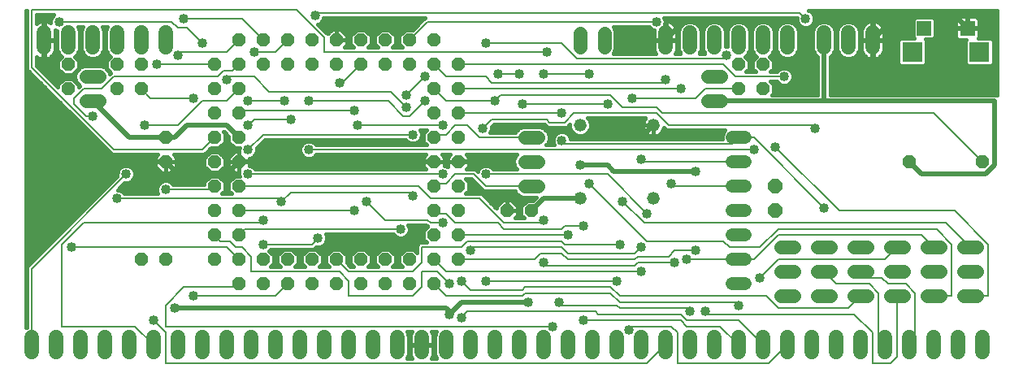
<source format=gbl>
G75*
%MOIN*%
%OFA0B0*%
%FSLAX24Y24*%
%IPPOS*%
%LPD*%
%AMOC8*
5,1,8,0,0,1.08239X$1,22.5*
%
%ADD10C,0.0600*%
%ADD11C,0.0520*%
%ADD12OC8,0.0520*%
%ADD13C,0.0560*%
%ADD14R,0.0600X0.0600*%
%ADD15R,0.0825X0.0825*%
%ADD16C,0.0520*%
%ADD17OC8,0.0600*%
%ADD18C,0.0080*%
%ADD19C,0.0400*%
%ADD20C,0.0200*%
%ADD21C,0.0160*%
D10*
X000680Y000880D02*
X000680Y001480D01*
X001680Y001480D02*
X001680Y000880D01*
X002680Y000880D02*
X002680Y001480D01*
X003680Y001480D02*
X003680Y000880D01*
X004680Y000880D02*
X004680Y001480D01*
X005680Y001480D02*
X005680Y000880D01*
X006680Y000880D02*
X006680Y001480D01*
X007680Y001480D02*
X007680Y000880D01*
X008680Y000880D02*
X008680Y001480D01*
X009680Y001480D02*
X009680Y000880D01*
X010680Y000880D02*
X010680Y001480D01*
X011680Y001480D02*
X011680Y000880D01*
X012680Y000880D02*
X012680Y001480D01*
X013680Y001480D02*
X013680Y000880D01*
X014680Y000880D02*
X014680Y001480D01*
X015680Y001480D02*
X015680Y000880D01*
X016680Y000880D02*
X016680Y001480D01*
X017680Y001480D02*
X017680Y000880D01*
X018680Y000880D02*
X018680Y001480D01*
X019680Y001480D02*
X019680Y000880D01*
X020680Y000880D02*
X020680Y001480D01*
X021680Y001480D02*
X021680Y000880D01*
X022680Y000880D02*
X022680Y001480D01*
X023680Y001480D02*
X023680Y000880D01*
X024680Y000880D02*
X024680Y001480D01*
X025680Y001480D02*
X025680Y000880D01*
X026680Y000880D02*
X026680Y001480D01*
X027680Y001480D02*
X027680Y000880D01*
X028680Y000880D02*
X028680Y001480D01*
X029680Y001480D02*
X029680Y000880D01*
X030680Y000880D02*
X030680Y001480D01*
X031680Y001480D02*
X031680Y000880D01*
X032680Y000880D02*
X032680Y001480D01*
X033680Y001480D02*
X033680Y000880D01*
X034680Y000880D02*
X034680Y001480D01*
X035680Y001480D02*
X035680Y000880D01*
X036680Y000880D02*
X036680Y001480D01*
X037680Y001480D02*
X037680Y000880D01*
X038680Y000880D02*
X038680Y001480D01*
X039680Y001480D02*
X039680Y000880D01*
X035180Y013380D02*
X035180Y013980D01*
X034180Y013980D02*
X034180Y013380D01*
X033180Y013380D02*
X033180Y013980D01*
X031680Y013980D02*
X031680Y013380D01*
X030680Y013380D02*
X030680Y013980D01*
X029680Y013980D02*
X029680Y013380D01*
X028680Y013380D02*
X028680Y013980D01*
X027680Y013980D02*
X027680Y013380D01*
X026680Y013380D02*
X026680Y013980D01*
X006180Y013980D02*
X006180Y013380D01*
X005180Y013380D02*
X005180Y013980D01*
X004180Y013980D02*
X004180Y013380D01*
X003180Y013380D02*
X003180Y013980D01*
X002180Y013980D02*
X002180Y013380D01*
X001180Y013380D02*
X001180Y013980D01*
D11*
X023180Y010180D03*
X026180Y010180D03*
X026180Y007180D03*
X023180Y007180D03*
D12*
X021180Y006680D03*
X020180Y006680D03*
X018180Y006680D03*
X017180Y006680D03*
X017180Y007680D03*
X018180Y007680D03*
X018180Y008680D03*
X017180Y008680D03*
X017180Y009680D03*
X018180Y009680D03*
X018180Y010680D03*
X017180Y010680D03*
X017180Y011680D03*
X018180Y011680D03*
X018180Y012680D03*
X017180Y012680D03*
X016180Y012680D03*
X015180Y012680D03*
X014180Y012680D03*
X013180Y012680D03*
X012180Y012680D03*
X011180Y012680D03*
X010180Y012680D03*
X009180Y012680D03*
X008180Y012680D03*
X009180Y013680D03*
X010180Y013680D03*
X011180Y013680D03*
X012180Y013680D03*
X013180Y013680D03*
X014180Y013680D03*
X015180Y013680D03*
X016180Y013680D03*
X017180Y013680D03*
X009180Y011680D03*
X008180Y011680D03*
X008180Y010680D03*
X009180Y010680D03*
X009180Y009680D03*
X008180Y009680D03*
X006180Y009680D03*
X006180Y008680D03*
X008180Y008680D03*
X009180Y008680D03*
X009180Y007680D03*
X008180Y007680D03*
X008180Y006680D03*
X009180Y006680D03*
X009180Y005680D03*
X008180Y005680D03*
X008180Y004680D03*
X009180Y004680D03*
X010180Y004680D03*
X011180Y004680D03*
X012180Y004680D03*
X013180Y004680D03*
X014180Y004680D03*
X015180Y004680D03*
X016180Y004680D03*
X017180Y004680D03*
X018180Y004680D03*
X018180Y005680D03*
X017180Y005680D03*
X017180Y003680D03*
X016180Y003680D03*
X015180Y003680D03*
X014180Y003680D03*
X013180Y003680D03*
X012180Y003680D03*
X011180Y003680D03*
X010180Y003680D03*
X009180Y003680D03*
X006180Y004680D03*
X005180Y004680D03*
X005180Y011680D03*
X004180Y011680D03*
X002180Y011680D03*
X002180Y012680D03*
X004180Y012680D03*
X005180Y012680D03*
X029680Y012680D03*
X030680Y012680D03*
X030680Y011680D03*
X029680Y011680D03*
X036680Y008680D03*
X039680Y008680D03*
D13*
X039460Y005180D02*
X038900Y005180D01*
X037960Y005180D02*
X037400Y005180D01*
X036460Y005180D02*
X035900Y005180D01*
X034960Y005180D02*
X034400Y005180D01*
X033460Y005180D02*
X032900Y005180D01*
X031960Y005180D02*
X031400Y005180D01*
X031400Y004180D02*
X031960Y004180D01*
X032900Y004180D02*
X033460Y004180D01*
X034400Y004180D02*
X034960Y004180D01*
X035900Y004180D02*
X036460Y004180D01*
X037400Y004180D02*
X037960Y004180D01*
X038900Y004180D02*
X039460Y004180D01*
X039460Y003180D02*
X038900Y003180D01*
X037960Y003180D02*
X037400Y003180D01*
X036460Y003180D02*
X035900Y003180D01*
X034960Y003180D02*
X034400Y003180D01*
X033460Y003180D02*
X032900Y003180D01*
X031960Y003180D02*
X031400Y003180D01*
X021460Y007680D02*
X020900Y007680D01*
X020900Y008680D02*
X021460Y008680D01*
X021460Y009680D02*
X020900Y009680D01*
X028400Y011180D02*
X028960Y011180D01*
X028960Y012180D02*
X028400Y012180D01*
X024180Y013400D02*
X024180Y013960D01*
X023180Y013960D02*
X023180Y013400D01*
X003460Y012180D02*
X002900Y012180D01*
X002900Y011180D02*
X003460Y011180D01*
D14*
X037295Y014170D03*
X039065Y014170D03*
D15*
X039560Y013190D03*
X036800Y013190D03*
D16*
X029940Y009680D02*
X029420Y009680D01*
X029420Y008680D02*
X029940Y008680D01*
X029940Y007680D02*
X029420Y007680D01*
X029420Y006680D02*
X029940Y006680D01*
X029940Y005680D02*
X029420Y005680D01*
X029420Y004680D02*
X029940Y004680D01*
X029940Y003680D02*
X029420Y003680D01*
D17*
X031180Y006680D03*
X031180Y007680D03*
D18*
X029680Y007680D02*
X027055Y007680D01*
X026930Y007805D01*
X025805Y006180D02*
X024930Y007055D01*
X025930Y006555D02*
X024305Y008180D01*
X019305Y008180D01*
X019305Y007680D02*
X018805Y008180D01*
X018055Y008180D01*
X017680Y007805D01*
X017305Y007805D01*
X017180Y007680D01*
X017055Y007180D02*
X016555Y007680D01*
X009180Y007680D01*
X008180Y007680D02*
X008055Y007555D01*
X006180Y007555D01*
X004555Y008180D02*
X000680Y004305D01*
X000680Y001180D01*
X001930Y001930D02*
X004930Y001930D01*
X005680Y001180D01*
X006180Y001680D02*
X006180Y000430D01*
X025930Y000430D01*
X026680Y001180D01*
X027180Y001680D02*
X027180Y000430D01*
X030930Y000430D01*
X031680Y001180D01*
X030680Y001180D02*
X029680Y002180D01*
X027555Y002180D01*
X027305Y002430D01*
X023930Y002430D01*
X023805Y002555D01*
X018555Y002555D01*
X018305Y002305D01*
X017680Y003180D02*
X020805Y003180D01*
X020930Y003305D01*
X024430Y003305D01*
X024805Y002930D01*
X029555Y002930D01*
X029680Y002805D01*
X030805Y003180D02*
X031305Y002680D01*
X034180Y002680D01*
X034680Y003180D01*
X035055Y003680D02*
X035430Y003305D01*
X035430Y001180D01*
X035680Y001180D01*
X036680Y001180D02*
X036930Y001180D01*
X036930Y003305D01*
X036555Y003680D01*
X035805Y003680D01*
X035555Y003930D01*
X034930Y003930D01*
X034680Y004180D01*
X035680Y004680D02*
X036180Y005180D01*
X035680Y004680D02*
X031305Y004680D01*
X030555Y003930D01*
X030305Y004680D02*
X029680Y004680D01*
X027555Y004680D01*
X027055Y004555D02*
X025555Y004555D01*
X025430Y004430D01*
X021805Y004430D01*
X021680Y004555D01*
X021555Y004930D02*
X021305Y004680D01*
X018180Y004680D01*
X018680Y005055D02*
X018805Y005180D01*
X022430Y005180D01*
X022680Y004930D01*
X025430Y004930D01*
X025680Y005180D01*
X025930Y005430D02*
X029055Y005430D01*
X029305Y005180D01*
X030555Y005180D01*
X031305Y005930D01*
X037805Y005930D01*
X038430Y005305D01*
X038430Y003180D01*
X037680Y003180D01*
X039180Y003180D02*
X039930Y003180D01*
X039930Y005305D01*
X038555Y006680D01*
X033805Y006680D01*
X031180Y009305D01*
X030305Y009180D02*
X012055Y009180D01*
X010180Y009805D02*
X016305Y009805D01*
X017180Y009680D02*
X017305Y009805D01*
X017680Y009805D01*
X018055Y010180D01*
X018555Y010180D01*
X019055Y009680D01*
X021180Y009680D01*
X022430Y009555D02*
X022555Y009430D01*
X029430Y009430D01*
X029680Y009680D01*
X030305Y009680D01*
X033180Y006805D01*
X031305Y005680D02*
X030305Y004680D01*
X031305Y005680D02*
X037180Y005680D01*
X037680Y005180D01*
X038180Y006180D02*
X039180Y005180D01*
X038180Y006180D02*
X025805Y006180D01*
X025930Y005430D02*
X023555Y007805D01*
X025680Y008805D02*
X025805Y008680D01*
X029680Y008680D01*
X032680Y010180D02*
X032805Y010055D01*
X032680Y010180D02*
X026805Y010180D01*
X026305Y010680D01*
X022930Y010680D01*
X022555Y010305D01*
X021930Y010305D01*
X021805Y010430D01*
X019555Y010430D01*
X019180Y010055D01*
X018180Y010680D02*
X022430Y010680D01*
X020805Y011055D02*
X024305Y011055D01*
X024430Y011430D02*
X024930Y010930D01*
X026305Y010930D01*
X026555Y010680D01*
X037680Y010680D01*
X039680Y008680D01*
X031555Y012180D02*
X029555Y012180D01*
X029055Y012680D01*
X018180Y012680D01*
X017680Y012180D02*
X017180Y012680D01*
X016805Y012180D02*
X016055Y011430D01*
X016055Y010930D02*
X015430Y011555D01*
X010430Y011555D01*
X009805Y012180D01*
X008805Y012180D01*
X008680Y012055D01*
X008305Y012180D02*
X004055Y012180D01*
X003555Y011680D01*
X002805Y011680D01*
X002430Y011305D01*
X002430Y011055D01*
X002930Y010555D01*
X003180Y010555D01*
X005305Y010180D02*
X006680Y010180D01*
X007680Y011180D01*
X008680Y011180D01*
X009180Y011680D01*
X009555Y011180D02*
X011055Y011180D01*
X012055Y011180D02*
X015305Y011180D01*
X015930Y010555D01*
X016180Y010555D01*
X016805Y011180D01*
X017180Y011680D02*
X017680Y011180D01*
X019680Y011180D01*
X019930Y011430D01*
X024430Y011430D01*
X025305Y011305D02*
X027930Y011305D01*
X028305Y011680D01*
X029680Y011680D01*
X027305Y011680D02*
X018180Y011680D01*
X019305Y012180D02*
X019555Y011930D01*
X026555Y011930D01*
X026680Y012055D01*
X029055Y012930D02*
X029180Y013055D01*
X029055Y012930D02*
X023055Y012930D01*
X022430Y013555D01*
X019305Y013555D01*
X021805Y013180D02*
X012680Y013180D01*
X012680Y013805D01*
X011555Y014930D01*
X000680Y014930D01*
X000680Y012555D01*
X004055Y009180D01*
X007680Y009180D01*
X008180Y009680D01*
X009555Y009180D02*
X010180Y009805D01*
X009805Y010430D02*
X009555Y010180D01*
X009805Y010430D02*
X011305Y010430D01*
X009305Y010805D02*
X009180Y010680D01*
X009305Y010805D02*
X013930Y010805D01*
X014055Y010180D02*
X017555Y010180D01*
X014180Y012680D02*
X013430Y011930D01*
X013305Y011930D01*
X011180Y013680D02*
X010680Y013180D01*
X009805Y013180D01*
X009180Y013680D02*
X008680Y013180D01*
X006805Y013180D01*
X006680Y013055D01*
X005805Y012680D02*
X008180Y012680D01*
X008555Y012430D02*
X008305Y012180D01*
X008555Y012430D02*
X008930Y012430D01*
X009180Y012680D01*
X007680Y013555D02*
X007055Y014180D01*
X006680Y014180D01*
X006430Y014430D01*
X001805Y014430D01*
X006930Y014555D02*
X009305Y014555D01*
X010180Y013680D01*
X012305Y014680D02*
X012430Y014805D01*
X032180Y014805D01*
X032430Y014555D01*
X026305Y014430D02*
X016930Y014430D01*
X016180Y013680D01*
X017680Y012180D02*
X019305Y012180D01*
X019805Y012305D02*
X020680Y012305D01*
X021680Y012305D02*
X023555Y012305D01*
X017555Y008180D02*
X009555Y008180D01*
X010930Y007055D02*
X011305Y007430D01*
X016180Y007430D01*
X016305Y007305D01*
X017055Y007180D02*
X019055Y007180D01*
X020055Y006180D01*
X021555Y006180D01*
X021680Y006305D01*
X022430Y005930D02*
X022555Y006055D01*
X023305Y006055D01*
X022680Y005680D02*
X018180Y005680D01*
X018555Y005430D02*
X022430Y005430D01*
X022555Y005305D01*
X024805Y005305D01*
X025430Y004680D02*
X025555Y004805D01*
X026805Y004805D01*
X027055Y005055D01*
X027930Y005055D01*
X025680Y004180D02*
X017680Y004180D01*
X017180Y004680D01*
X016680Y004555D02*
X016680Y005180D01*
X018305Y005180D01*
X018555Y005430D01*
X019805Y006180D02*
X020055Y005930D01*
X022430Y005930D01*
X022430Y004930D02*
X021555Y004930D01*
X022430Y004930D02*
X022680Y004680D01*
X025430Y004680D01*
X024680Y003805D02*
X019305Y003805D01*
X018680Y003430D02*
X020805Y003430D01*
X020930Y003555D01*
X024430Y003555D01*
X024805Y003180D01*
X030805Y003180D01*
X028430Y002430D02*
X034430Y002430D01*
X035180Y001680D01*
X035180Y000430D01*
X035930Y000430D01*
X036180Y000680D01*
X036180Y003180D01*
X035055Y003680D02*
X033680Y003680D01*
X033180Y004180D01*
X028430Y002430D02*
X028305Y002555D01*
X027680Y002555D02*
X027555Y002680D01*
X024805Y002680D01*
X024680Y002805D01*
X022430Y002805D01*
X022305Y002930D01*
X023305Y002180D02*
X027305Y002180D01*
X027555Y001930D01*
X028930Y001930D01*
X029680Y001180D01*
X027180Y001680D02*
X026930Y001930D01*
X025305Y001930D01*
X025180Y001805D01*
X022055Y001930D02*
X006180Y001930D01*
X006180Y002805D01*
X006930Y003555D01*
X009055Y003555D01*
X009180Y003680D01*
X009680Y004180D02*
X013305Y004180D01*
X013680Y003805D01*
X013680Y003180D01*
X016305Y003180D01*
X016680Y003555D01*
X016680Y004180D01*
X017305Y004180D01*
X017805Y003680D01*
X018305Y003805D02*
X018680Y003430D01*
X017680Y003180D02*
X017180Y003680D01*
X016680Y004555D02*
X016305Y004180D01*
X013680Y004180D01*
X013180Y004680D01*
X012430Y005555D02*
X012180Y005305D01*
X010180Y005305D01*
X009680Y004805D02*
X009305Y005180D01*
X009055Y005180D01*
X008805Y005430D01*
X008430Y005430D01*
X008180Y005680D01*
X009180Y005680D02*
X009430Y005930D01*
X015805Y005930D01*
X015180Y006305D02*
X016930Y006305D01*
X017055Y006180D01*
X017555Y006180D01*
X017680Y006555D02*
X017305Y006555D01*
X017180Y006680D01*
X017680Y006555D02*
X018055Y006180D01*
X019805Y006180D01*
X019305Y007680D02*
X021180Y007680D01*
X015180Y006305D02*
X014430Y007055D01*
X013930Y006680D02*
X009180Y006680D01*
X010055Y006180D02*
X002805Y006180D01*
X001930Y005305D01*
X001930Y001930D01*
X005680Y002180D02*
X006180Y001680D01*
X007305Y003180D02*
X010680Y003180D01*
X011180Y003680D01*
X009680Y004180D02*
X009680Y004805D01*
X009180Y004680D02*
X008680Y005180D01*
X002305Y005180D01*
X004180Y007180D02*
X010805Y007180D01*
X010930Y007055D01*
X010180Y006305D02*
X010055Y006180D01*
X007305Y011305D02*
X005555Y011305D01*
X005180Y011680D01*
D19*
X007305Y011305D03*
X008680Y012055D03*
X009555Y011180D03*
X011055Y011180D03*
X012055Y011180D03*
X011305Y010430D03*
X009555Y010180D03*
X009555Y009180D03*
X009555Y008180D03*
X012055Y009180D03*
X014055Y010180D03*
X013930Y010805D03*
X016055Y010930D03*
X016805Y011180D03*
X016055Y011430D03*
X016805Y012180D03*
X019805Y012305D03*
X020680Y012305D03*
X021680Y012305D03*
X023555Y012305D03*
X021805Y013180D03*
X019305Y013555D03*
X025305Y011305D03*
X024305Y011055D03*
X022430Y010680D03*
X020805Y011055D03*
X019680Y011180D03*
X017555Y010180D03*
X016305Y009805D03*
X014805Y008805D03*
X017555Y008180D03*
X019305Y008180D03*
X020055Y008555D03*
X022430Y009555D03*
X020430Y010055D03*
X019180Y010055D03*
X023180Y008555D03*
X023555Y007805D03*
X024930Y007055D03*
X025930Y006555D03*
X023305Y006055D03*
X022680Y005680D03*
X021680Y006305D03*
X024805Y005305D03*
X025680Y005180D03*
X027055Y004555D03*
X027555Y004680D03*
X027930Y005055D03*
X025680Y004180D03*
X024680Y003805D03*
X022305Y002930D03*
X021055Y002930D03*
X019305Y003805D03*
X018305Y003805D03*
X017805Y003680D03*
X017805Y002430D03*
X018305Y002305D03*
X022055Y001930D03*
X023305Y002180D03*
X025180Y001805D03*
X027680Y002555D03*
X028305Y002555D03*
X029680Y002805D03*
X030555Y003930D03*
X033180Y006805D03*
X027930Y008305D03*
X026930Y007805D03*
X025680Y008805D03*
X030305Y009180D03*
X031180Y009305D03*
X032805Y010055D03*
X031555Y012180D03*
X029180Y013055D03*
X026680Y012055D03*
X027305Y011680D03*
X026305Y014430D03*
X032430Y014555D03*
X016305Y007305D03*
X014430Y007055D03*
X013930Y006680D03*
X015805Y005930D03*
X016055Y005430D03*
X014805Y005430D03*
X012430Y005555D03*
X010180Y005305D03*
X010180Y006305D03*
X010930Y007055D03*
X006180Y007555D03*
X004555Y008180D03*
X004180Y007180D03*
X002305Y005180D03*
X007305Y003180D03*
X006555Y002680D03*
X005680Y002180D03*
X017555Y006180D03*
X018680Y005055D03*
X021680Y004555D03*
X005305Y010180D03*
X003180Y010555D03*
X001305Y011430D03*
X005805Y012680D03*
X006680Y013055D03*
X007680Y013555D03*
X009805Y013180D03*
X006930Y014555D03*
X001805Y014430D03*
X012305Y014680D03*
X013305Y011930D03*
D20*
X009180Y009680D02*
X008680Y010180D01*
X007055Y010180D01*
X006555Y009680D01*
X006180Y009680D01*
X004680Y009680D01*
X003180Y011180D01*
X001305Y011430D02*
X004055Y008680D01*
X006180Y008680D01*
X006680Y008180D01*
X008680Y008180D01*
X009180Y008680D01*
X014805Y008680D01*
X014805Y008805D01*
X014930Y008680D01*
X017180Y008680D01*
X018180Y008680D02*
X019930Y008680D01*
X020055Y008555D01*
X022555Y010055D02*
X022930Y009680D01*
X025680Y009680D01*
X026180Y010180D01*
X028680Y011180D02*
X033180Y011180D01*
X040180Y011180D01*
X040180Y008555D01*
X039805Y008180D01*
X037180Y008180D01*
X036680Y008680D01*
X033180Y011180D02*
X033180Y013680D01*
X032555Y014055D02*
X033055Y014555D01*
X035930Y014555D01*
X035993Y014493D01*
X036180Y014680D01*
X038555Y014680D01*
X039065Y014170D01*
X035993Y014493D02*
X035180Y013680D01*
X032555Y014055D02*
X032305Y014055D01*
X031805Y014555D01*
X027555Y014555D01*
X026680Y013680D01*
X021805Y010055D02*
X021680Y010180D01*
X020555Y010180D01*
X020430Y010055D01*
X021805Y010055D02*
X022555Y010055D01*
X023180Y008555D02*
X024305Y008555D01*
X024555Y008305D01*
X027930Y008305D01*
X023180Y007180D02*
X021680Y007180D01*
X021180Y006680D01*
X016055Y005430D02*
X014805Y005430D01*
X017805Y002430D02*
X018305Y002930D01*
X021055Y002930D01*
X017805Y002555D02*
X017805Y002430D01*
X017805Y002555D02*
X017680Y002680D01*
X006555Y002680D01*
D21*
X010474Y004380D02*
X010600Y004506D01*
X010600Y004854D01*
X010419Y005035D01*
X010485Y005101D01*
X010487Y005105D01*
X012263Y005105D01*
X012354Y005197D01*
X012358Y005195D01*
X012502Y005195D01*
X012634Y005250D01*
X012735Y005351D01*
X012790Y005483D01*
X012790Y005627D01*
X012747Y005730D01*
X015498Y005730D01*
X015500Y005726D01*
X015601Y005625D01*
X015733Y005570D01*
X015877Y005570D01*
X016009Y005625D01*
X016110Y005726D01*
X016165Y005858D01*
X016165Y006002D01*
X016122Y006105D01*
X016847Y006105D01*
X016855Y006097D01*
X016929Y006023D01*
X016760Y005854D01*
X016760Y005506D01*
X016886Y005380D01*
X016597Y005380D01*
X016480Y005263D01*
X016480Y004974D01*
X016354Y005100D01*
X016006Y005100D01*
X015760Y004854D01*
X015760Y004506D01*
X015886Y004380D01*
X015474Y004380D01*
X015600Y004506D01*
X015600Y004854D01*
X015354Y005100D01*
X015006Y005100D01*
X014760Y004854D01*
X014760Y004506D01*
X014886Y004380D01*
X014474Y004380D01*
X014600Y004506D01*
X014600Y004854D01*
X014354Y005100D01*
X014006Y005100D01*
X013760Y004854D01*
X013760Y004506D01*
X013886Y004380D01*
X013763Y004380D01*
X013600Y004543D01*
X013600Y004854D01*
X013354Y005100D01*
X013006Y005100D01*
X012760Y004854D01*
X012760Y004506D01*
X012886Y004380D01*
X012474Y004380D01*
X012600Y004506D01*
X012600Y004854D01*
X012354Y005100D01*
X012006Y005100D01*
X011760Y004854D01*
X011760Y004506D01*
X011886Y004380D01*
X011474Y004380D01*
X011600Y004506D01*
X011600Y004854D01*
X011354Y005100D01*
X011006Y005100D01*
X010760Y004854D01*
X010760Y004506D01*
X010886Y004380D01*
X010474Y004380D01*
X010553Y004460D02*
X010807Y004460D01*
X010760Y004618D02*
X010600Y004618D01*
X010600Y004777D02*
X010760Y004777D01*
X010841Y004935D02*
X010519Y004935D01*
X010478Y005094D02*
X011000Y005094D01*
X011360Y005094D02*
X012000Y005094D01*
X011841Y004935D02*
X011519Y004935D01*
X011600Y004777D02*
X011760Y004777D01*
X011760Y004618D02*
X011600Y004618D01*
X011553Y004460D02*
X011807Y004460D01*
X012553Y004460D02*
X012807Y004460D01*
X012760Y004618D02*
X012600Y004618D01*
X012600Y004777D02*
X012760Y004777D01*
X012841Y004935D02*
X012519Y004935D01*
X012360Y005094D02*
X013000Y005094D01*
X013360Y005094D02*
X014000Y005094D01*
X013841Y004935D02*
X013519Y004935D01*
X013600Y004777D02*
X013760Y004777D01*
X013760Y004618D02*
X013600Y004618D01*
X013683Y004460D02*
X013807Y004460D01*
X014553Y004460D02*
X014807Y004460D01*
X014760Y004618D02*
X014600Y004618D01*
X014600Y004777D02*
X014760Y004777D01*
X014841Y004935D02*
X014519Y004935D01*
X014360Y005094D02*
X015000Y005094D01*
X015360Y005094D02*
X016000Y005094D01*
X015841Y004935D02*
X015519Y004935D01*
X015600Y004777D02*
X015760Y004777D01*
X015760Y004618D02*
X015600Y004618D01*
X015553Y004460D02*
X015807Y004460D01*
X016360Y005094D02*
X016480Y005094D01*
X016480Y005252D02*
X012636Y005252D01*
X012760Y005411D02*
X016856Y005411D01*
X016760Y005569D02*
X012790Y005569D01*
X012748Y005728D02*
X015499Y005728D01*
X016111Y005728D02*
X016760Y005728D01*
X016792Y005886D02*
X016165Y005886D01*
X016147Y006045D02*
X016908Y006045D01*
X019522Y006996D02*
X019873Y006996D01*
X019998Y007120D02*
X019740Y006862D01*
X019740Y006778D01*
X019138Y007380D01*
X018474Y007380D01*
X018600Y007506D01*
X018600Y007854D01*
X018474Y007980D01*
X018722Y007980D01*
X019105Y007597D01*
X019222Y007480D01*
X020507Y007480D01*
X020527Y007431D01*
X020651Y007307D01*
X020812Y007240D01*
X021372Y007240D01*
X021232Y007100D01*
X021006Y007100D01*
X020760Y006854D01*
X020760Y006506D01*
X020886Y006380D01*
X020502Y006380D01*
X020620Y006498D01*
X020620Y006680D01*
X020620Y006862D01*
X020362Y007120D01*
X020180Y007120D01*
X020180Y006680D01*
X020180Y006680D01*
X020620Y006680D01*
X020180Y006680D01*
X020180Y006680D01*
X020180Y007120D01*
X019998Y007120D01*
X020180Y006996D02*
X020180Y006996D01*
X020180Y006837D02*
X020180Y006837D01*
X020487Y006996D02*
X020902Y006996D01*
X020760Y006837D02*
X020620Y006837D01*
X020620Y006679D02*
X020760Y006679D01*
X020760Y006520D02*
X020620Y006520D01*
X019740Y006837D02*
X019681Y006837D01*
X019364Y007154D02*
X021286Y007154D01*
X020645Y007313D02*
X019205Y007313D01*
X019073Y007630D02*
X018600Y007630D01*
X018600Y007788D02*
X018914Y007788D01*
X018756Y007947D02*
X018507Y007947D01*
X018888Y008380D02*
X018966Y008302D01*
X019000Y008384D01*
X019101Y008485D01*
X019233Y008540D01*
X019377Y008540D01*
X019509Y008485D01*
X019610Y008384D01*
X019612Y008380D01*
X020578Y008380D01*
X020527Y008431D01*
X020460Y008592D01*
X020460Y008768D01*
X020527Y008929D01*
X020578Y008980D01*
X018502Y008980D01*
X018620Y008862D01*
X018620Y008680D01*
X018180Y008680D01*
X018180Y008680D01*
X018620Y008680D01*
X018620Y008498D01*
X018502Y008380D01*
X018888Y008380D01*
X019038Y008422D02*
X018544Y008422D01*
X018620Y008581D02*
X020465Y008581D01*
X020460Y008739D02*
X018620Y008739D01*
X018585Y008898D02*
X020514Y008898D01*
X020536Y008422D02*
X019572Y008422D01*
X018180Y008680D02*
X017740Y008680D01*
X018180Y008680D01*
X018180Y008680D01*
X017740Y008680D02*
X017740Y008498D01*
X017748Y008490D01*
X017627Y008540D01*
X017620Y008540D01*
X017620Y008680D01*
X017620Y008862D01*
X017502Y008980D01*
X017858Y008980D01*
X017740Y008862D01*
X017740Y008680D01*
X017740Y008739D02*
X017620Y008739D01*
X017620Y008680D02*
X017180Y008680D01*
X017180Y008680D01*
X017620Y008680D01*
X017620Y008581D02*
X017740Y008581D01*
X017180Y008680D02*
X016740Y008680D01*
X017180Y008680D01*
X017180Y008680D01*
X016775Y008898D02*
X012282Y008898D01*
X012259Y008875D02*
X012360Y008976D01*
X012362Y008980D01*
X016858Y008980D01*
X016740Y008862D01*
X016740Y008680D01*
X016740Y008498D01*
X016858Y008380D01*
X009862Y008380D01*
X009860Y008384D01*
X009759Y008485D01*
X009627Y008540D01*
X009620Y008540D01*
X009620Y008680D01*
X009620Y008820D01*
X009627Y008820D01*
X009759Y008875D01*
X009860Y008976D01*
X009915Y009108D01*
X009915Y009252D01*
X009913Y009256D01*
X010263Y009605D01*
X015998Y009605D01*
X016000Y009601D01*
X016101Y009500D01*
X016233Y009445D01*
X016377Y009445D01*
X016509Y009500D01*
X016610Y009601D01*
X016665Y009733D01*
X016665Y009877D01*
X016622Y009980D01*
X016886Y009980D01*
X016760Y009854D01*
X016760Y009506D01*
X016886Y009380D01*
X012362Y009380D01*
X012360Y009384D01*
X012259Y009485D01*
X012127Y009540D01*
X011983Y009540D01*
X011851Y009485D01*
X011750Y009384D01*
X011695Y009252D01*
X011695Y009108D01*
X011750Y008976D01*
X011851Y008875D01*
X011983Y008820D01*
X012127Y008820D01*
X012259Y008875D01*
X011828Y008898D02*
X009782Y008898D01*
X009893Y009056D02*
X011717Y009056D01*
X011695Y009215D02*
X009915Y009215D01*
X010031Y009373D02*
X011745Y009373D01*
X011963Y009532D02*
X010189Y009532D01*
X009198Y009260D02*
X009195Y009252D01*
X009195Y009120D01*
X009180Y009120D01*
X009180Y008680D01*
X009620Y008680D01*
X009180Y008680D01*
X009180Y008680D01*
X009180Y008680D01*
X009180Y008240D01*
X009195Y008240D01*
X009195Y008108D01*
X009198Y008100D01*
X009006Y008100D01*
X008760Y007854D01*
X008760Y007506D01*
X008886Y007380D01*
X008474Y007380D01*
X008600Y007506D01*
X008600Y007854D01*
X008354Y008100D01*
X008006Y008100D01*
X007760Y007854D01*
X007760Y007755D01*
X006487Y007755D01*
X006485Y007759D01*
X006384Y007860D01*
X006252Y007915D01*
X006108Y007915D01*
X005976Y007860D01*
X005875Y007759D01*
X005820Y007627D01*
X005820Y007483D01*
X005863Y007380D01*
X004487Y007380D01*
X004485Y007384D01*
X004384Y007485D01*
X004252Y007540D01*
X004198Y007540D01*
X004479Y007822D01*
X004483Y007820D01*
X004627Y007820D01*
X004759Y007875D01*
X004860Y007976D01*
X004915Y008108D01*
X004915Y008252D01*
X004860Y008384D01*
X004759Y008485D01*
X004627Y008540D01*
X004483Y008540D01*
X004351Y008485D01*
X004250Y008384D01*
X004195Y008252D01*
X004195Y008108D01*
X004197Y008104D01*
X000597Y004505D01*
X000480Y004388D01*
X000480Y001895D01*
X000460Y001887D01*
X000460Y014896D01*
X000480Y014896D01*
X000480Y012472D01*
X000597Y012355D01*
X003972Y008980D01*
X005858Y008980D01*
X005740Y008862D01*
X005740Y008680D01*
X006180Y008680D01*
X006620Y008680D01*
X006620Y008862D01*
X006502Y008980D01*
X007763Y008980D01*
X007880Y009097D01*
X008043Y009260D01*
X008354Y009260D01*
X008600Y009506D01*
X008600Y009854D01*
X008534Y009920D01*
X008572Y009920D01*
X008760Y009732D01*
X008760Y009506D01*
X009006Y009260D01*
X009198Y009260D01*
X009195Y009215D02*
X007997Y009215D01*
X008006Y009100D02*
X007760Y008854D01*
X007760Y008506D01*
X008006Y008260D01*
X008354Y008260D01*
X008600Y008506D01*
X008600Y008854D01*
X008354Y009100D01*
X008006Y009100D01*
X007962Y009056D02*
X007839Y009056D01*
X007804Y008898D02*
X006585Y008898D01*
X006620Y008739D02*
X007760Y008739D01*
X007760Y008581D02*
X006620Y008581D01*
X006620Y008498D02*
X006620Y008680D01*
X006180Y008680D01*
X006180Y008680D01*
X006180Y008240D01*
X006362Y008240D01*
X006620Y008498D01*
X006544Y008422D02*
X007844Y008422D01*
X008003Y008264D02*
X006386Y008264D01*
X006180Y008264D02*
X006180Y008264D01*
X006180Y008240D02*
X006180Y008680D01*
X006180Y008680D01*
X006180Y008680D01*
X005740Y008680D01*
X005740Y008498D01*
X005998Y008240D01*
X006180Y008240D01*
X006180Y008422D02*
X006180Y008422D01*
X006180Y008581D02*
X006180Y008581D01*
X005816Y008422D02*
X004822Y008422D01*
X004910Y008264D02*
X005974Y008264D01*
X005740Y008581D02*
X000460Y008581D01*
X000460Y008739D02*
X005740Y008739D01*
X005775Y008898D02*
X000460Y008898D01*
X000460Y009056D02*
X003896Y009056D01*
X003738Y009215D02*
X000460Y009215D01*
X000460Y009373D02*
X003579Y009373D01*
X003421Y009532D02*
X000460Y009532D01*
X000460Y009690D02*
X003262Y009690D01*
X003104Y009849D02*
X000460Y009849D01*
X000460Y010007D02*
X002945Y010007D01*
X002787Y010166D02*
X000460Y010166D01*
X000460Y010324D02*
X002628Y010324D01*
X002470Y010483D02*
X000460Y010483D01*
X000460Y010641D02*
X002311Y010641D01*
X002153Y010800D02*
X000460Y010800D01*
X000460Y010958D02*
X001994Y010958D01*
X001836Y011117D02*
X000460Y011117D01*
X000460Y011275D02*
X001677Y011275D01*
X001519Y011434D02*
X000460Y011434D01*
X000460Y011592D02*
X001360Y011592D01*
X001202Y011751D02*
X000460Y011751D01*
X000460Y011909D02*
X001043Y011909D01*
X000885Y012068D02*
X000460Y012068D01*
X000460Y012226D02*
X000726Y012226D01*
X000568Y012385D02*
X000460Y012385D01*
X000460Y012543D02*
X000480Y012543D01*
X000480Y012702D02*
X000460Y012702D01*
X000460Y012860D02*
X000480Y012860D01*
X000480Y013019D02*
X000460Y013019D01*
X000460Y013177D02*
X000480Y013177D01*
X000480Y013336D02*
X000460Y013336D01*
X000460Y013494D02*
X000480Y013494D01*
X000480Y013653D02*
X000460Y013653D01*
X000460Y013811D02*
X000480Y013811D01*
X000480Y013970D02*
X000460Y013970D01*
X000460Y014128D02*
X000480Y014128D01*
X000480Y014287D02*
X000460Y014287D01*
X000460Y014445D02*
X000480Y014445D01*
X000480Y014604D02*
X000460Y014604D01*
X000460Y014762D02*
X000480Y014762D01*
X000880Y014730D02*
X001596Y014730D01*
X001500Y014634D01*
X001445Y014502D01*
X001445Y014381D01*
X001432Y014391D01*
X001364Y014425D01*
X001292Y014448D01*
X001218Y014460D01*
X001200Y014460D01*
X001200Y013700D01*
X001160Y013700D01*
X001160Y014460D01*
X001142Y014460D01*
X001068Y014448D01*
X000996Y014425D01*
X000928Y014391D01*
X000880Y014355D01*
X000880Y014730D01*
X000880Y014604D02*
X001487Y014604D01*
X001445Y014445D02*
X001302Y014445D01*
X001200Y014445D02*
X001160Y014445D01*
X001058Y014445D02*
X000880Y014445D01*
X001160Y014287D02*
X001200Y014287D01*
X001200Y014128D02*
X001160Y014128D01*
X001160Y013970D02*
X001200Y013970D01*
X001200Y013811D02*
X001160Y013811D01*
X001200Y013700D02*
X001660Y013700D01*
X001660Y014018D01*
X001648Y014092D01*
X001643Y014107D01*
X001721Y014075D01*
X001720Y014071D01*
X001720Y013288D01*
X001790Y013119D01*
X001908Y013002D01*
X001760Y012854D01*
X001760Y012506D01*
X002006Y012260D01*
X002354Y012260D01*
X002600Y012506D01*
X002600Y012854D01*
X002452Y013002D01*
X002570Y013119D01*
X002640Y013288D01*
X002640Y014071D01*
X002574Y014230D01*
X002786Y014230D01*
X002720Y014071D01*
X002720Y013288D01*
X002790Y013119D01*
X002919Y012990D01*
X003088Y012920D01*
X003271Y012920D01*
X003441Y012990D01*
X003570Y013119D01*
X003640Y013288D01*
X003640Y014071D01*
X003574Y014230D01*
X003786Y014230D01*
X003720Y014071D01*
X003720Y013288D01*
X003790Y013119D01*
X003908Y013002D01*
X003760Y012854D01*
X003760Y012506D01*
X003929Y012337D01*
X003888Y012296D01*
X003833Y012429D01*
X003709Y012553D01*
X003548Y012620D01*
X002812Y012620D01*
X002651Y012553D01*
X002527Y012429D01*
X002460Y012268D01*
X002460Y012092D01*
X002527Y011931D01*
X002650Y011808D01*
X002600Y011758D01*
X002600Y011854D01*
X002354Y012100D01*
X002006Y012100D01*
X001760Y011854D01*
X001760Y011758D01*
X000880Y012638D01*
X000880Y013005D01*
X000928Y012969D01*
X000996Y012935D01*
X001068Y012912D01*
X001142Y012900D01*
X001160Y012900D01*
X001160Y013660D01*
X001200Y013660D01*
X001200Y013700D01*
X001200Y013660D02*
X001660Y013660D01*
X001660Y013342D01*
X001648Y013268D01*
X001625Y013196D01*
X001591Y013128D01*
X001546Y013067D01*
X001493Y013014D01*
X001432Y012969D01*
X001364Y012935D01*
X001292Y012912D01*
X001218Y012900D01*
X001200Y012900D01*
X001200Y013660D01*
X001200Y013653D02*
X001160Y013653D01*
X001160Y013494D02*
X001200Y013494D01*
X001200Y013336D02*
X001160Y013336D01*
X001160Y013177D02*
X001200Y013177D01*
X001200Y013019D02*
X001160Y013019D01*
X000880Y012860D02*
X001766Y012860D01*
X001760Y012702D02*
X000880Y012702D01*
X000975Y012543D02*
X001760Y012543D01*
X001882Y012385D02*
X001133Y012385D01*
X001292Y012226D02*
X002460Y012226D01*
X002470Y012068D02*
X002386Y012068D01*
X002545Y011909D02*
X002549Y011909D01*
X001974Y012068D02*
X001450Y012068D01*
X001609Y011909D02*
X001815Y011909D01*
X002478Y012385D02*
X002508Y012385D01*
X002600Y012543D02*
X002641Y012543D01*
X002600Y012702D02*
X003760Y012702D01*
X003766Y012860D02*
X002594Y012860D01*
X002469Y013019D02*
X002891Y013019D01*
X002766Y013177D02*
X002594Y013177D01*
X002640Y013336D02*
X002720Y013336D01*
X002720Y013494D02*
X002640Y013494D01*
X002640Y013653D02*
X002720Y013653D01*
X002720Y013811D02*
X002640Y013811D01*
X002640Y013970D02*
X002720Y013970D01*
X002743Y014128D02*
X002617Y014128D01*
X001720Y013970D02*
X001660Y013970D01*
X001660Y013811D02*
X001720Y013811D01*
X001720Y013653D02*
X001660Y013653D01*
X001660Y013494D02*
X001720Y013494D01*
X001720Y013336D02*
X001659Y013336D01*
X001615Y013177D02*
X001766Y013177D01*
X001891Y013019D02*
X001497Y013019D01*
X003469Y013019D02*
X003891Y013019D01*
X003766Y013177D02*
X003594Y013177D01*
X003640Y013336D02*
X003720Y013336D01*
X003720Y013494D02*
X003640Y013494D01*
X003640Y013653D02*
X003720Y013653D01*
X003720Y013811D02*
X003640Y013811D01*
X003640Y013970D02*
X003720Y013970D01*
X003743Y014128D02*
X003617Y014128D01*
X003719Y012543D02*
X003760Y012543D01*
X003852Y012385D02*
X003882Y012385D01*
X008600Y009849D02*
X008644Y009849D01*
X008600Y009690D02*
X008760Y009690D01*
X008760Y009532D02*
X008600Y009532D01*
X008467Y009373D02*
X008893Y009373D01*
X008998Y009120D02*
X008740Y008862D01*
X008740Y008680D01*
X009180Y008680D01*
X009180Y008680D01*
X009180Y008680D01*
X009180Y009120D01*
X008998Y009120D01*
X008934Y009056D02*
X008398Y009056D01*
X008556Y008898D02*
X008775Y008898D01*
X008740Y008739D02*
X008600Y008739D01*
X008740Y008680D02*
X008740Y008498D01*
X008998Y008240D01*
X009180Y008240D01*
X009180Y008680D01*
X008740Y008680D01*
X008740Y008581D02*
X008600Y008581D01*
X008516Y008422D02*
X008816Y008422D01*
X008974Y008264D02*
X008357Y008264D01*
X008507Y007947D02*
X008853Y007947D01*
X008760Y007788D02*
X008600Y007788D01*
X008600Y007630D02*
X008760Y007630D01*
X008795Y007471D02*
X008565Y007471D01*
X007760Y007788D02*
X006456Y007788D01*
X005904Y007788D02*
X004446Y007788D01*
X004287Y007630D02*
X005821Y007630D01*
X005825Y007471D02*
X004398Y007471D01*
X003722Y007630D02*
X000460Y007630D01*
X000460Y007788D02*
X003880Y007788D01*
X004039Y007947D02*
X000460Y007947D01*
X000460Y008105D02*
X004196Y008105D01*
X004200Y008264D02*
X000460Y008264D01*
X000460Y008422D02*
X004288Y008422D01*
X004914Y008105D02*
X009196Y008105D01*
X009180Y008264D02*
X009180Y008264D01*
X009180Y008422D02*
X009180Y008422D01*
X009180Y008581D02*
X009180Y008581D01*
X009180Y008739D02*
X009180Y008739D01*
X009180Y008898D02*
X009180Y008898D01*
X009180Y009056D02*
X009180Y009056D01*
X009620Y008739D02*
X016740Y008739D01*
X016740Y008581D02*
X009620Y008581D01*
X009822Y008422D02*
X016816Y008422D01*
X017585Y008898D02*
X017775Y008898D01*
X016760Y009532D02*
X016541Y009532D01*
X016647Y009690D02*
X016760Y009690D01*
X016760Y009849D02*
X016665Y009849D01*
X016069Y009532D02*
X012147Y009532D01*
X007853Y007947D02*
X004831Y007947D01*
X003563Y007471D02*
X000460Y007471D01*
X000460Y007313D02*
X003405Y007313D01*
X003246Y007154D02*
X000460Y007154D01*
X000460Y006996D02*
X003088Y006996D01*
X002929Y006837D02*
X000460Y006837D01*
X000460Y006679D02*
X002771Y006679D01*
X002612Y006520D02*
X000460Y006520D01*
X000460Y006362D02*
X002454Y006362D01*
X002295Y006203D02*
X000460Y006203D01*
X000460Y006045D02*
X002137Y006045D01*
X001978Y005886D02*
X000460Y005886D01*
X000460Y005728D02*
X001820Y005728D01*
X001661Y005569D02*
X000460Y005569D01*
X000460Y005411D02*
X001503Y005411D01*
X001344Y005252D02*
X000460Y005252D01*
X000460Y005094D02*
X001186Y005094D01*
X001027Y004935D02*
X000460Y004935D01*
X000460Y004777D02*
X000869Y004777D01*
X000710Y004618D02*
X000460Y004618D01*
X000460Y004460D02*
X000552Y004460D01*
X000480Y004301D02*
X000460Y004301D01*
X000460Y004143D02*
X000480Y004143D01*
X000480Y003984D02*
X000460Y003984D01*
X000460Y003826D02*
X000480Y003826D01*
X000480Y003667D02*
X000460Y003667D01*
X000460Y003509D02*
X000480Y003509D01*
X000480Y003350D02*
X000460Y003350D01*
X000460Y003192D02*
X000480Y003192D01*
X000480Y003033D02*
X000460Y003033D01*
X000460Y002875D02*
X000480Y002875D01*
X000480Y002716D02*
X000460Y002716D01*
X000460Y002558D02*
X000480Y002558D01*
X000480Y002399D02*
X000460Y002399D01*
X000460Y002241D02*
X000480Y002241D01*
X000480Y002082D02*
X000460Y002082D01*
X000460Y001924D02*
X000480Y001924D01*
X016074Y001730D02*
X016140Y001571D01*
X016140Y000788D01*
X016074Y000630D01*
X016269Y000630D01*
X016235Y000696D01*
X016212Y000768D01*
X016200Y000842D01*
X016200Y001160D01*
X016660Y001160D01*
X016660Y001200D01*
X016200Y001200D01*
X016200Y001518D01*
X016212Y001592D01*
X016235Y001664D01*
X016269Y001730D01*
X016074Y001730D01*
X016126Y001607D02*
X016216Y001607D01*
X016200Y001448D02*
X016140Y001448D01*
X016140Y001290D02*
X016200Y001290D01*
X016200Y001131D02*
X016140Y001131D01*
X016140Y000973D02*
X016200Y000973D01*
X016204Y000814D02*
X016140Y000814D01*
X016085Y000656D02*
X016256Y000656D01*
X017091Y000630D02*
X017125Y000696D01*
X017148Y000768D01*
X017160Y000842D01*
X017160Y001160D01*
X016700Y001160D01*
X016700Y001200D01*
X017160Y001200D01*
X017160Y001518D01*
X017148Y001592D01*
X017125Y001664D01*
X017091Y001730D01*
X017286Y001730D01*
X017220Y001571D01*
X017220Y000788D01*
X017286Y000630D01*
X017091Y000630D01*
X017104Y000656D02*
X017275Y000656D01*
X017220Y000814D02*
X017156Y000814D01*
X017160Y000973D02*
X017220Y000973D01*
X017220Y001131D02*
X017160Y001131D01*
X017160Y001290D02*
X017220Y001290D01*
X017220Y001448D02*
X017160Y001448D01*
X017144Y001607D02*
X017234Y001607D01*
X018565Y007471D02*
X020510Y007471D01*
X021782Y009380D02*
X021833Y009431D01*
X021900Y009592D01*
X021900Y009768D01*
X021833Y009929D01*
X021709Y010053D01*
X021548Y010120D01*
X020812Y010120D01*
X020651Y010053D01*
X020527Y009929D01*
X020507Y009880D01*
X019497Y009880D01*
X019540Y009983D01*
X019540Y010127D01*
X019538Y010131D01*
X019638Y010230D01*
X021722Y010230D01*
X021847Y010105D01*
X022638Y010105D01*
X022755Y010222D01*
X022760Y010227D01*
X022760Y010096D01*
X022824Y009942D01*
X022942Y009824D01*
X023096Y009760D01*
X023264Y009760D01*
X023418Y009824D01*
X023536Y009942D01*
X023600Y010096D01*
X023600Y010264D01*
X023536Y010418D01*
X023474Y010480D01*
X025858Y010480D01*
X025844Y010467D01*
X025804Y010411D01*
X025772Y010349D01*
X025751Y010283D01*
X025740Y010215D01*
X025740Y010180D01*
X026180Y010180D01*
X026180Y009740D01*
X026215Y009740D01*
X026283Y009751D01*
X026349Y009772D01*
X026411Y009804D01*
X026467Y009844D01*
X026516Y009893D01*
X026556Y009949D01*
X026588Y010011D01*
X026609Y010077D01*
X026611Y010091D01*
X026722Y009980D01*
X029126Y009980D01*
X029064Y009918D01*
X029000Y009764D01*
X029000Y009630D01*
X022789Y009630D01*
X022735Y009759D01*
X022634Y009860D01*
X022502Y009915D01*
X022358Y009915D01*
X022226Y009860D01*
X022125Y009759D01*
X022070Y009627D01*
X022070Y009483D01*
X022113Y009380D01*
X021782Y009380D01*
X021875Y009532D02*
X022070Y009532D01*
X022096Y009690D02*
X021900Y009690D01*
X021866Y009849D02*
X022214Y009849D01*
X022646Y009849D02*
X022918Y009849D01*
X022797Y010007D02*
X021755Y010007D01*
X021787Y010166D02*
X019573Y010166D01*
X019540Y010007D02*
X020605Y010007D01*
X022698Y010166D02*
X022760Y010166D01*
X023442Y009849D02*
X025889Y009849D01*
X025893Y009844D02*
X025949Y009804D01*
X026011Y009772D01*
X026077Y009751D01*
X026145Y009740D01*
X026180Y009740D01*
X026180Y010180D01*
X026180Y010180D01*
X026180Y010180D01*
X025740Y010180D01*
X025740Y010145D01*
X025751Y010077D01*
X025772Y010011D01*
X025804Y009949D01*
X025844Y009893D01*
X025893Y009844D01*
X025774Y010007D02*
X023563Y010007D01*
X023600Y010166D02*
X025740Y010166D01*
X025764Y010324D02*
X023575Y010324D01*
X022764Y009690D02*
X029000Y009690D01*
X029035Y009849D02*
X026471Y009849D01*
X026586Y010007D02*
X026695Y010007D01*
X026180Y010007D02*
X026180Y010007D01*
X026180Y009849D02*
X026180Y009849D01*
X026180Y010166D02*
X026180Y010166D01*
X031034Y011440D02*
X031100Y011506D01*
X031100Y011854D01*
X030974Y011980D01*
X031248Y011980D01*
X031250Y011976D01*
X031351Y011875D01*
X031483Y011820D01*
X031627Y011820D01*
X031759Y011875D01*
X031860Y011976D01*
X031915Y012108D01*
X031915Y012252D01*
X031860Y012384D01*
X031759Y012485D01*
X031627Y012540D01*
X031483Y012540D01*
X031351Y012485D01*
X031250Y012384D01*
X031248Y012380D01*
X030974Y012380D01*
X031100Y012506D01*
X031100Y012854D01*
X030952Y013002D01*
X031070Y013119D01*
X031140Y013288D01*
X031140Y014071D01*
X031070Y014241D01*
X030941Y014370D01*
X030771Y014440D01*
X030588Y014440D01*
X030419Y014370D01*
X030290Y014241D01*
X030220Y014071D01*
X030220Y013288D01*
X030290Y013119D01*
X030408Y013002D01*
X030260Y012854D01*
X030260Y012506D01*
X030386Y012380D01*
X029974Y012380D01*
X030100Y012506D01*
X030100Y012854D01*
X029952Y013002D01*
X030070Y013119D01*
X030140Y013288D01*
X030140Y014071D01*
X030070Y014241D01*
X029941Y014370D01*
X029771Y014440D01*
X029588Y014440D01*
X029419Y014370D01*
X029290Y014241D01*
X029220Y014071D01*
X029220Y013415D01*
X029140Y013415D01*
X029140Y014071D01*
X029070Y014241D01*
X028941Y014370D01*
X028771Y014440D01*
X028588Y014440D01*
X028419Y014370D01*
X028290Y014241D01*
X028220Y014071D01*
X028220Y013288D01*
X028286Y013130D01*
X028074Y013130D01*
X028140Y013288D01*
X028140Y014071D01*
X028070Y014241D01*
X027941Y014370D01*
X027771Y014440D01*
X027588Y014440D01*
X027419Y014370D01*
X027290Y014241D01*
X027220Y014071D01*
X027220Y013288D01*
X027286Y013130D01*
X027091Y013130D01*
X027125Y013196D01*
X027148Y013268D01*
X027160Y013342D01*
X027160Y013660D01*
X026700Y013660D01*
X026700Y013700D01*
X026660Y013700D01*
X026660Y014346D01*
X026665Y014358D01*
X026665Y014502D01*
X026622Y014605D01*
X032070Y014605D01*
X032070Y014483D01*
X032125Y014351D01*
X032226Y014250D01*
X032358Y014195D01*
X032502Y014195D01*
X032634Y014250D01*
X032735Y014351D01*
X032790Y014483D01*
X032790Y014627D01*
X032735Y014759D01*
X032634Y014860D01*
X032547Y014896D01*
X040270Y014896D01*
X040270Y011424D01*
X040232Y011440D01*
X033440Y011440D01*
X033440Y012990D01*
X033441Y012990D01*
X033570Y013119D01*
X033640Y013288D01*
X033640Y014071D01*
X033570Y014241D01*
X033441Y014370D01*
X033271Y014440D01*
X033088Y014440D01*
X032919Y014370D01*
X032790Y014241D01*
X032720Y014071D01*
X032720Y013288D01*
X032790Y013119D01*
X032919Y012990D01*
X032920Y012990D01*
X032920Y011440D01*
X031034Y011440D01*
X031100Y011592D02*
X032920Y011592D01*
X032920Y011751D02*
X031100Y011751D01*
X031045Y011909D02*
X031317Y011909D01*
X031793Y011909D02*
X032920Y011909D01*
X032920Y012068D02*
X031898Y012068D01*
X031915Y012226D02*
X032920Y012226D01*
X032920Y012385D02*
X031860Y012385D01*
X031250Y012385D02*
X030978Y012385D01*
X031100Y012543D02*
X032920Y012543D01*
X032920Y012702D02*
X031100Y012702D01*
X031094Y012860D02*
X032920Y012860D01*
X032891Y013019D02*
X031969Y013019D01*
X031941Y012990D02*
X032070Y013119D01*
X032140Y013288D01*
X032140Y014071D01*
X032070Y014241D01*
X031941Y014370D01*
X031771Y014440D01*
X031588Y014440D01*
X031419Y014370D01*
X031290Y014241D01*
X031220Y014071D01*
X031220Y013288D01*
X031290Y013119D01*
X031419Y012990D01*
X031588Y012920D01*
X031771Y012920D01*
X031941Y012990D01*
X032094Y013177D02*
X032766Y013177D01*
X032720Y013336D02*
X032140Y013336D01*
X032140Y013494D02*
X032720Y013494D01*
X032720Y013653D02*
X032140Y013653D01*
X032140Y013811D02*
X032720Y013811D01*
X032720Y013970D02*
X032140Y013970D01*
X032117Y014128D02*
X032743Y014128D01*
X032671Y014287D02*
X032836Y014287D01*
X032774Y014445D02*
X035058Y014445D01*
X035068Y014448D02*
X034996Y014425D01*
X034928Y014391D01*
X034867Y014346D01*
X034814Y014293D01*
X034769Y014232D01*
X034735Y014164D01*
X034712Y014092D01*
X034700Y014018D01*
X034700Y013700D01*
X035160Y013700D01*
X035160Y014460D01*
X035142Y014460D01*
X035068Y014448D01*
X035160Y014445D02*
X035200Y014445D01*
X035200Y014460D02*
X035200Y013700D01*
X035660Y013700D01*
X035660Y014018D01*
X035648Y014092D01*
X035625Y014164D01*
X035591Y014232D01*
X035546Y014293D01*
X035493Y014346D01*
X035432Y014391D01*
X035364Y014425D01*
X035292Y014448D01*
X035218Y014460D01*
X035200Y014460D01*
X035302Y014445D02*
X036835Y014445D01*
X036835Y014536D02*
X036929Y014630D01*
X037661Y014630D01*
X037755Y014536D01*
X037755Y013804D01*
X037661Y013710D01*
X037331Y013710D01*
X037372Y013669D01*
X037372Y012711D01*
X037279Y012618D01*
X036321Y012618D01*
X036228Y012711D01*
X036228Y013669D01*
X036321Y013762D01*
X036876Y013762D01*
X036835Y013804D01*
X036835Y014536D01*
X036902Y014604D02*
X032790Y014604D01*
X032732Y014762D02*
X040270Y014762D01*
X040270Y014604D02*
X039486Y014604D01*
X039476Y014614D02*
X039434Y014638D01*
X039389Y014650D01*
X039085Y014650D01*
X039085Y014190D01*
X039045Y014190D01*
X039045Y014650D01*
X038741Y014650D01*
X038696Y014638D01*
X038654Y014614D01*
X038621Y014581D01*
X038597Y014539D01*
X038585Y014494D01*
X038585Y014190D01*
X039045Y014190D01*
X039045Y014150D01*
X038585Y014150D01*
X038585Y013846D01*
X038597Y013801D01*
X038621Y013759D01*
X038654Y013726D01*
X038696Y013702D01*
X038741Y013690D01*
X039009Y013690D01*
X038988Y013669D01*
X038988Y012711D01*
X039081Y012618D01*
X040039Y012618D01*
X040132Y012711D01*
X040132Y013669D01*
X040039Y013762D01*
X039511Y013762D01*
X039533Y013801D01*
X039545Y013846D01*
X039545Y014150D01*
X039085Y014150D01*
X039085Y014190D01*
X039545Y014190D01*
X039545Y014494D01*
X039533Y014539D01*
X039509Y014581D01*
X039476Y014614D01*
X039545Y014445D02*
X040270Y014445D01*
X040270Y014287D02*
X039545Y014287D01*
X039545Y014128D02*
X040270Y014128D01*
X040270Y013970D02*
X039545Y013970D01*
X039536Y013811D02*
X040270Y013811D01*
X040270Y013653D02*
X040132Y013653D01*
X040132Y013494D02*
X040270Y013494D01*
X040270Y013336D02*
X040132Y013336D01*
X040132Y013177D02*
X040270Y013177D01*
X040270Y013019D02*
X040132Y013019D01*
X040132Y012860D02*
X040270Y012860D01*
X040270Y012702D02*
X040123Y012702D01*
X040270Y012543D02*
X033440Y012543D01*
X033440Y012385D02*
X040270Y012385D01*
X040270Y012226D02*
X033440Y012226D01*
X033440Y012068D02*
X040270Y012068D01*
X040270Y011909D02*
X033440Y011909D01*
X033440Y011751D02*
X040270Y011751D01*
X040270Y011592D02*
X033440Y011592D01*
X033440Y012702D02*
X036237Y012702D01*
X036228Y012860D02*
X033440Y012860D01*
X033469Y013019D02*
X033891Y013019D01*
X033919Y012990D02*
X033790Y013119D01*
X033720Y013288D01*
X033720Y014071D01*
X033790Y014241D01*
X033919Y014370D01*
X034088Y014440D01*
X034271Y014440D01*
X034441Y014370D01*
X034570Y014241D01*
X034640Y014071D01*
X034640Y013288D01*
X034570Y013119D01*
X034441Y012990D01*
X034271Y012920D01*
X034088Y012920D01*
X033919Y012990D01*
X033766Y013177D02*
X033594Y013177D01*
X033640Y013336D02*
X033720Y013336D01*
X033720Y013494D02*
X033640Y013494D01*
X033640Y013653D02*
X033720Y013653D01*
X033720Y013811D02*
X033640Y013811D01*
X033640Y013970D02*
X033720Y013970D01*
X033743Y014128D02*
X033617Y014128D01*
X033524Y014287D02*
X033836Y014287D01*
X034524Y014287D02*
X034809Y014287D01*
X034723Y014128D02*
X034617Y014128D01*
X034640Y013970D02*
X034700Y013970D01*
X034700Y013811D02*
X034640Y013811D01*
X034640Y013653D02*
X034700Y013653D01*
X034700Y013660D02*
X034700Y013342D01*
X034712Y013268D01*
X034735Y013196D01*
X034769Y013128D01*
X034814Y013067D01*
X034867Y013014D01*
X034928Y012969D01*
X034996Y012935D01*
X035068Y012912D01*
X035142Y012900D01*
X035160Y012900D01*
X035160Y013660D01*
X035200Y013660D01*
X035200Y013700D01*
X035160Y013700D01*
X035160Y013660D01*
X034700Y013660D01*
X034700Y013494D02*
X034640Y013494D01*
X034640Y013336D02*
X034701Y013336D01*
X034745Y013177D02*
X034594Y013177D01*
X034469Y013019D02*
X034863Y013019D01*
X035160Y013019D02*
X035200Y013019D01*
X035200Y012900D02*
X035218Y012900D01*
X035292Y012912D01*
X035364Y012935D01*
X035432Y012969D01*
X035493Y013014D01*
X035546Y013067D01*
X035591Y013128D01*
X035625Y013196D01*
X035648Y013268D01*
X035660Y013342D01*
X035660Y013660D01*
X035200Y013660D01*
X035200Y012900D01*
X035497Y013019D02*
X036228Y013019D01*
X036228Y013177D02*
X035615Y013177D01*
X035659Y013336D02*
X036228Y013336D01*
X036228Y013494D02*
X035660Y013494D01*
X035660Y013653D02*
X036228Y013653D01*
X035660Y013811D02*
X036835Y013811D01*
X036835Y013970D02*
X035660Y013970D01*
X035637Y014128D02*
X036835Y014128D01*
X036835Y014287D02*
X035551Y014287D01*
X035200Y014287D02*
X035160Y014287D01*
X035160Y014128D02*
X035200Y014128D01*
X035200Y013970D02*
X035160Y013970D01*
X035160Y013811D02*
X035200Y013811D01*
X035200Y013653D02*
X035160Y013653D01*
X035160Y013494D02*
X035200Y013494D01*
X035200Y013336D02*
X035160Y013336D01*
X035160Y013177D02*
X035200Y013177D01*
X037372Y013177D02*
X038988Y013177D01*
X038988Y013019D02*
X037372Y013019D01*
X037372Y012860D02*
X038988Y012860D01*
X038997Y012702D02*
X037363Y012702D01*
X037372Y013336D02*
X038988Y013336D01*
X038988Y013494D02*
X037372Y013494D01*
X037372Y013653D02*
X038988Y013653D01*
X038594Y013811D02*
X037755Y013811D01*
X037755Y013970D02*
X038585Y013970D01*
X038585Y014128D02*
X037755Y014128D01*
X037755Y014287D02*
X038585Y014287D01*
X038585Y014445D02*
X037755Y014445D01*
X037688Y014604D02*
X038644Y014604D01*
X039045Y014604D02*
X039085Y014604D01*
X039085Y014445D02*
X039045Y014445D01*
X039045Y014287D02*
X039085Y014287D01*
X032189Y014287D02*
X032024Y014287D01*
X032086Y014445D02*
X026802Y014445D01*
X026792Y014448D02*
X026718Y014460D01*
X026700Y014460D01*
X026700Y013700D01*
X027160Y013700D01*
X027160Y014018D01*
X027148Y014092D01*
X027125Y014164D01*
X027091Y014232D01*
X027046Y014293D01*
X026993Y014346D01*
X026932Y014391D01*
X026864Y014425D01*
X026792Y014448D01*
X026700Y014445D02*
X026665Y014445D01*
X026660Y014287D02*
X026700Y014287D01*
X026700Y014128D02*
X026660Y014128D01*
X026660Y013970D02*
X026700Y013970D01*
X026700Y013811D02*
X026660Y013811D01*
X026660Y013700D02*
X026200Y013700D01*
X026200Y014018D01*
X026210Y014080D01*
X026101Y014125D01*
X026000Y014226D01*
X025998Y014230D01*
X024532Y014230D01*
X024553Y014209D01*
X024620Y014048D01*
X024620Y013312D01*
X024553Y013151D01*
X024532Y013130D01*
X026269Y013130D01*
X026235Y013196D01*
X026212Y013268D01*
X026200Y013342D01*
X026200Y013660D01*
X026660Y013660D01*
X026660Y013700D01*
X026200Y013653D02*
X024620Y013653D01*
X024620Y013811D02*
X026200Y013811D01*
X026200Y013970D02*
X024620Y013970D01*
X024587Y014128D02*
X026098Y014128D01*
X026623Y014604D02*
X032070Y014604D01*
X031336Y014287D02*
X031024Y014287D01*
X031117Y014128D02*
X031243Y014128D01*
X031220Y013970D02*
X031140Y013970D01*
X031140Y013811D02*
X031220Y013811D01*
X031220Y013653D02*
X031140Y013653D01*
X031140Y013494D02*
X031220Y013494D01*
X031220Y013336D02*
X031140Y013336D01*
X031094Y013177D02*
X031266Y013177D01*
X031391Y013019D02*
X030969Y013019D01*
X030391Y013019D02*
X029969Y013019D01*
X030094Y013177D02*
X030266Y013177D01*
X030220Y013336D02*
X030140Y013336D01*
X030140Y013494D02*
X030220Y013494D01*
X030220Y013653D02*
X030140Y013653D01*
X030140Y013811D02*
X030220Y013811D01*
X030220Y013970D02*
X030140Y013970D01*
X030117Y014128D02*
X030243Y014128D01*
X030336Y014287D02*
X030024Y014287D01*
X029336Y014287D02*
X029024Y014287D01*
X029117Y014128D02*
X029243Y014128D01*
X029220Y013970D02*
X029140Y013970D01*
X029140Y013811D02*
X029220Y013811D01*
X029220Y013653D02*
X029140Y013653D01*
X029140Y013494D02*
X029220Y013494D01*
X028220Y013494D02*
X028140Y013494D01*
X028140Y013336D02*
X028220Y013336D01*
X028266Y013177D02*
X028094Y013177D01*
X027266Y013177D02*
X027115Y013177D01*
X027159Y013336D02*
X027220Y013336D01*
X027220Y013494D02*
X027160Y013494D01*
X027160Y013653D02*
X027220Y013653D01*
X027220Y013811D02*
X027160Y013811D01*
X027160Y013970D02*
X027220Y013970D01*
X027243Y014128D02*
X027137Y014128D01*
X027051Y014287D02*
X027336Y014287D01*
X028024Y014287D02*
X028336Y014287D01*
X028243Y014128D02*
X028117Y014128D01*
X028140Y013970D02*
X028220Y013970D01*
X028220Y013811D02*
X028140Y013811D01*
X028140Y013653D02*
X028220Y013653D01*
X026200Y013494D02*
X024620Y013494D01*
X024620Y013336D02*
X026201Y013336D01*
X026245Y013177D02*
X024564Y013177D01*
X029978Y012385D02*
X030382Y012385D01*
X030260Y012543D02*
X030100Y012543D01*
X030100Y012702D02*
X030260Y012702D01*
X030266Y012860D02*
X030094Y012860D01*
X040247Y011434D02*
X040270Y011434D01*
X016822Y014605D02*
X016730Y014513D01*
X016317Y014100D01*
X016006Y014100D01*
X015760Y013854D01*
X015760Y013506D01*
X015886Y013380D01*
X015474Y013380D01*
X015600Y013506D01*
X015600Y013854D01*
X015354Y014100D01*
X015006Y014100D01*
X014760Y013854D01*
X014760Y013506D01*
X014886Y013380D01*
X014474Y013380D01*
X014600Y013506D01*
X014600Y013854D01*
X014354Y014100D01*
X014006Y014100D01*
X013760Y013854D01*
X013760Y013506D01*
X013886Y013380D01*
X013502Y013380D01*
X013620Y013498D01*
X013620Y013680D01*
X013620Y013862D01*
X013362Y014120D01*
X013180Y014120D01*
X013180Y013680D01*
X013180Y013680D01*
X013620Y013680D01*
X013180Y013680D01*
X013180Y013680D01*
X013180Y014120D01*
X012998Y014120D01*
X012823Y013945D01*
X012763Y014005D01*
X012427Y014341D01*
X012509Y014375D01*
X012610Y014476D01*
X012664Y014605D01*
X016822Y014605D01*
X016821Y014604D02*
X012663Y014604D01*
X012579Y014445D02*
X016662Y014445D01*
X016504Y014287D02*
X012481Y014287D01*
X012640Y014128D02*
X016345Y014128D01*
X015876Y013970D02*
X015484Y013970D01*
X015600Y013811D02*
X015760Y013811D01*
X015760Y013653D02*
X015600Y013653D01*
X015588Y013494D02*
X015772Y013494D01*
X014772Y013494D02*
X014588Y013494D01*
X014600Y013653D02*
X014760Y013653D01*
X014760Y013811D02*
X014600Y013811D01*
X014484Y013970D02*
X014876Y013970D01*
X013876Y013970D02*
X013513Y013970D01*
X013620Y013811D02*
X013760Y013811D01*
X013760Y013653D02*
X013620Y013653D01*
X013616Y013494D02*
X013772Y013494D01*
X013180Y013811D02*
X013180Y013811D01*
X013180Y013970D02*
X013180Y013970D01*
X012847Y013970D02*
X012798Y013970D01*
M02*

</source>
